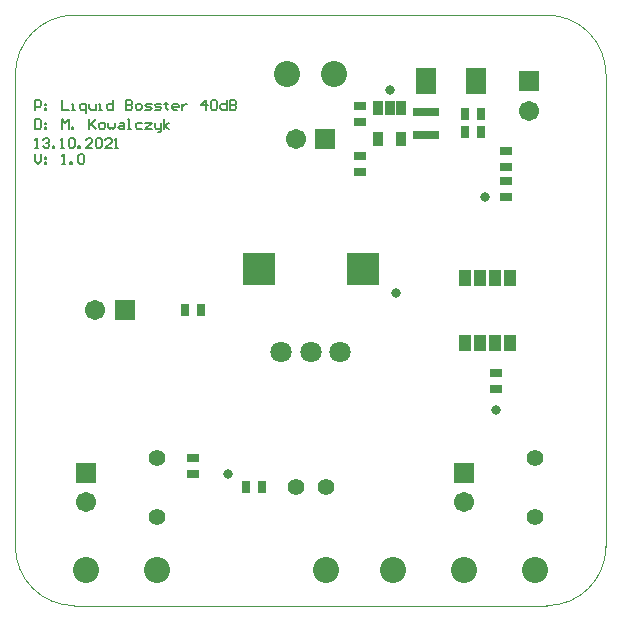
<source format=gts>
G04*
G04 #@! TF.GenerationSoftware,Altium Limited,Altium Designer,20.2.7 (254)*
G04*
G04 Layer_Color=8388736*
%FSAX44Y44*%
%MOMM*%
G71*
G04*
G04 #@! TF.SameCoordinates,51ACB8CF-5D8B-4831-AD9A-68E97BBA3DB7*
G04*
G04*
G04 #@! TF.FilePolarity,Negative*
G04*
G01*
G75*
%ADD14C,0.1000*%
%ADD21C,0.1520*%
%ADD22R,1.1032X0.8032*%
%ADD23R,0.8032X1.1032*%
%ADD24R,2.2032X0.8032*%
%ADD25R,0.9032X1.2032*%
%ADD26R,1.0032X1.4032*%
%ADD27R,1.7032X2.3032*%
%ADD28C,1.7032*%
%ADD29R,1.7032X1.7032*%
%ADD30C,1.4032*%
%ADD31C,2.2032*%
%ADD32R,1.7032X1.7032*%
%ADD33C,1.8032*%
%ADD34R,2.8032X2.8032*%
%ADD35C,0.8032*%
D14*
X01125000Y00925000D02*
G03*
X01175000Y00875000I00050000J00000000D01*
G01*
X01625000Y01325000D02*
G03*
X01575000Y01375000I-00050000J00000000D01*
G01*
Y00875000D02*
G03*
X01625000Y00925000I00000000J00050000D01*
G01*
X01175000Y01375000D02*
G03*
X01125000Y01325000I00000000J-00050000D01*
G01*
X01125000Y00925000D02*
X01125000Y01325000D01*
X01625000Y00925000D02*
Y01325000D01*
X01175000Y00875000D02*
X01575000Y00875000D01*
X01175000Y01375000D02*
X01575000D01*
D21*
X01141520Y01294641D02*
Y01302768D01*
X01145584D01*
X01146938Y01301414D01*
Y01298705D01*
X01145584Y01297350D01*
X01141520D01*
X01149647Y01300059D02*
X01151002D01*
Y01298705D01*
X01149647D01*
Y01300059D01*
Y01295995D02*
X01151002D01*
Y01294641D01*
X01149647D01*
Y01295995D01*
X01164548Y01302768D02*
Y01294641D01*
X01169966D01*
X01172675D02*
X01175384D01*
X01174029D01*
Y01300059D01*
X01172675D01*
X01184866Y01291932D02*
Y01300059D01*
X01180802D01*
X01179448Y01298705D01*
Y01295995D01*
X01180802Y01294641D01*
X01184866D01*
X01187575Y01300059D02*
Y01295995D01*
X01188930Y01294641D01*
X01192993D01*
Y01300059D01*
X01195703Y01294641D02*
X01198412D01*
X01197057D01*
Y01300059D01*
X01195703D01*
X01207894Y01302768D02*
Y01294641D01*
X01203830D01*
X01202475Y01295995D01*
Y01298705D01*
X01203830Y01300059D01*
X01207894D01*
X01218730Y01302768D02*
Y01294641D01*
X01222794D01*
X01224148Y01295995D01*
Y01297350D01*
X01222794Y01298705D01*
X01218730D01*
X01222794D01*
X01224148Y01300059D01*
Y01301414D01*
X01222794Y01302768D01*
X01218730D01*
X01228212Y01294641D02*
X01230921D01*
X01232276Y01295995D01*
Y01298705D01*
X01230921Y01300059D01*
X01228212D01*
X01226858Y01298705D01*
Y01295995D01*
X01228212Y01294641D01*
X01234985D02*
X01239049D01*
X01240403Y01295995D01*
X01239049Y01297350D01*
X01236339D01*
X01234985Y01298705D01*
X01236339Y01300059D01*
X01240403D01*
X01243112Y01294641D02*
X01247176D01*
X01248531Y01295995D01*
X01247176Y01297350D01*
X01244467D01*
X01243112Y01298705D01*
X01244467Y01300059D01*
X01248531D01*
X01252594Y01301414D02*
Y01300059D01*
X01251240D01*
X01253949D01*
X01252594D01*
Y01295995D01*
X01253949Y01294641D01*
X01262076D02*
X01259367D01*
X01258012Y01295995D01*
Y01298705D01*
X01259367Y01300059D01*
X01262076D01*
X01263431Y01298705D01*
Y01297350D01*
X01258012D01*
X01266140Y01300059D02*
Y01294641D01*
Y01297350D01*
X01267495Y01298705D01*
X01268849Y01300059D01*
X01270204D01*
X01286458Y01294641D02*
Y01302768D01*
X01282395Y01298705D01*
X01287813D01*
X01290522Y01301414D02*
X01291877Y01302768D01*
X01294586D01*
X01295940Y01301414D01*
Y01295995D01*
X01294586Y01294641D01*
X01291877D01*
X01290522Y01295995D01*
Y01301414D01*
X01304068Y01302768D02*
Y01294641D01*
X01300004D01*
X01298649Y01295995D01*
Y01298705D01*
X01300004Y01300059D01*
X01304068D01*
X01306777Y01302768D02*
Y01294641D01*
X01310841D01*
X01312195Y01295995D01*
Y01297350D01*
X01310841Y01298705D01*
X01306777D01*
X01310841D01*
X01312195Y01300059D01*
Y01301414D01*
X01310841Y01302768D01*
X01306777D01*
X01141520Y01286658D02*
Y01278531D01*
X01145584D01*
X01146938Y01279885D01*
Y01285304D01*
X01145584Y01286658D01*
X01141520D01*
X01149647Y01283949D02*
X01151002D01*
Y01282594D01*
X01149647D01*
Y01283949D01*
Y01279885D02*
X01151002D01*
Y01278531D01*
X01149647D01*
Y01279885D01*
X01164548Y01278531D02*
Y01286658D01*
X01167257Y01283949D01*
X01169966Y01286658D01*
Y01278531D01*
X01172675D02*
Y01279885D01*
X01174029D01*
Y01278531D01*
X01172675D01*
X01187575Y01286658D02*
Y01278531D01*
Y01281240D01*
X01192993Y01286658D01*
X01188930Y01282594D01*
X01192993Y01278531D01*
X01197057D02*
X01199766D01*
X01201121Y01279885D01*
Y01282594D01*
X01199766Y01283949D01*
X01197057D01*
X01195703Y01282594D01*
Y01279885D01*
X01197057Y01278531D01*
X01203830Y01283949D02*
Y01279885D01*
X01205184Y01278531D01*
X01206539Y01279885D01*
X01207894Y01278531D01*
X01209248Y01279885D01*
Y01283949D01*
X01213312D02*
X01216021D01*
X01217376Y01282594D01*
Y01278531D01*
X01213312D01*
X01211957Y01279885D01*
X01213312Y01281240D01*
X01217376D01*
X01220085Y01278531D02*
X01222794D01*
X01221439D01*
Y01286658D01*
X01220085D01*
X01232276Y01283949D02*
X01228212D01*
X01226858Y01282594D01*
Y01279885D01*
X01228212Y01278531D01*
X01232276D01*
X01234985Y01283949D02*
X01240403D01*
X01234985Y01278531D01*
X01240403D01*
X01243112Y01283949D02*
Y01279885D01*
X01244467Y01278531D01*
X01248531D01*
Y01277176D01*
X01247176Y01275822D01*
X01245822D01*
X01248531Y01278531D02*
Y01283949D01*
X01251240Y01278531D02*
Y01286658D01*
Y01281240D02*
X01255303Y01283949D01*
X01251240Y01281240D02*
X01255303Y01278531D01*
X01141520Y01262421D02*
X01144229D01*
X01142875D01*
Y01270548D01*
X01141520Y01269194D01*
X01148293D02*
X01149647Y01270548D01*
X01152356D01*
X01153711Y01269194D01*
Y01267839D01*
X01152356Y01266485D01*
X01151002D01*
X01152356D01*
X01153711Y01265130D01*
Y01263775D01*
X01152356Y01262421D01*
X01149647D01*
X01148293Y01263775D01*
X01156420Y01262421D02*
Y01263775D01*
X01157775D01*
Y01262421D01*
X01156420D01*
X01163193D02*
X01165902D01*
X01164548D01*
Y01270548D01*
X01163193Y01269194D01*
X01169966D02*
X01171320Y01270548D01*
X01174029D01*
X01175384Y01269194D01*
Y01263775D01*
X01174029Y01262421D01*
X01171320D01*
X01169966Y01263775D01*
Y01269194D01*
X01178093Y01262421D02*
Y01263775D01*
X01179448D01*
Y01262421D01*
X01178093D01*
X01190284D02*
X01184866D01*
X01190284Y01267839D01*
Y01269194D01*
X01188930Y01270548D01*
X01186221D01*
X01184866Y01269194D01*
X01192993D02*
X01194348Y01270548D01*
X01197057D01*
X01198412Y01269194D01*
Y01263775D01*
X01197057Y01262421D01*
X01194348D01*
X01192993Y01263775D01*
Y01269194D01*
X01206539Y01262421D02*
X01201121D01*
X01206539Y01267839D01*
Y01269194D01*
X01205184Y01270548D01*
X01202475D01*
X01201121Y01269194D01*
X01209248Y01262421D02*
X01211957D01*
X01210603D01*
Y01270548D01*
X01209248Y01269194D01*
X01141520Y01257147D02*
Y01251729D01*
X01144229Y01249020D01*
X01146938Y01251729D01*
Y01257147D01*
X01149647Y01254438D02*
X01151002D01*
Y01253084D01*
X01149647D01*
Y01254438D01*
Y01250375D02*
X01151002D01*
Y01249020D01*
X01149647D01*
Y01250375D01*
X01164548Y01249020D02*
X01167257D01*
X01165902D01*
Y01257147D01*
X01164548Y01255793D01*
X01171320Y01249020D02*
Y01250375D01*
X01172675D01*
Y01249020D01*
X01171320D01*
X01178093Y01255793D02*
X01179448Y01257147D01*
X01182157D01*
X01183512Y01255793D01*
Y01250375D01*
X01182157Y01249020D01*
X01179448D01*
X01178093Y01250375D01*
Y01255793D01*
D22*
X01531500Y01071750D02*
D03*
Y01058250D02*
D03*
X01416750Y01255250D02*
D03*
Y01241750D02*
D03*
X01275000Y01000250D02*
D03*
Y00986750D02*
D03*
X01540000Y01246750D02*
D03*
Y01260250D02*
D03*
X01416750Y01298250D02*
D03*
Y01284750D02*
D03*
X01540000Y01221250D02*
D03*
Y01234750D02*
D03*
D23*
X01519500Y01276250D02*
D03*
X01506000D02*
D03*
Y01291250D02*
D03*
X01519500D02*
D03*
X01268250Y01125000D02*
D03*
X01281750D02*
D03*
X01334000Y00975000D02*
D03*
X01320500D02*
D03*
D24*
X01472250Y01292750D02*
D03*
Y01273750D02*
D03*
D25*
X01432250Y01270250D02*
D03*
X01451250D02*
D03*
X01432250Y01296250D02*
D03*
X01451250D02*
D03*
X01441750D02*
D03*
D26*
X01544050Y01152500D02*
D03*
Y01097500D02*
D03*
X01531350Y01152500D02*
D03*
Y01097500D02*
D03*
X01518650Y01152500D02*
D03*
X01505950D02*
D03*
Y01097500D02*
D03*
X01518650D02*
D03*
D27*
X01515050Y01318750D02*
D03*
X01472250D02*
D03*
D28*
X01362500Y01270000D02*
D03*
X01505000Y00962500D02*
D03*
X01185000D02*
D03*
X01192500Y01125000D02*
D03*
X01559750Y01294000D02*
D03*
D29*
X01387500Y01270000D02*
D03*
X01217500Y01125000D02*
D03*
D30*
X01362300Y00975000D02*
D03*
X01387700D02*
D03*
X01565000Y01000000D02*
D03*
Y00950000D02*
D03*
X01245000Y01000000D02*
D03*
Y00950000D02*
D03*
D31*
X01565000Y00905000D02*
D03*
X01505000D02*
D03*
X01245000D02*
D03*
X01185000D02*
D03*
X01387700D02*
D03*
X01395000Y01325000D02*
D03*
X01355000D02*
D03*
X01445000Y00905000D02*
D03*
D32*
X01505000Y00987500D02*
D03*
X01185000D02*
D03*
X01559750Y01319000D02*
D03*
D33*
X01350000Y01090000D02*
D03*
X01400000D02*
D03*
X01375000D02*
D03*
D34*
X01419000Y01160000D02*
D03*
X01331000D02*
D03*
D35*
X01522750Y01221250D02*
D03*
X01441750Y01311250D02*
D03*
X01531500Y01041000D02*
D03*
X01305000Y00986750D02*
D03*
X01447250Y01139500D02*
D03*
M02*

</source>
